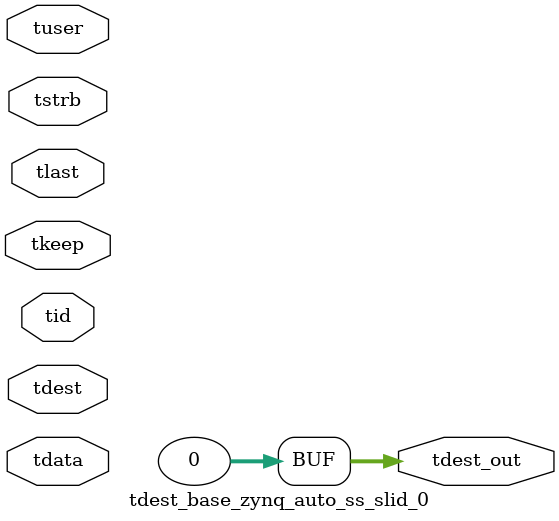
<source format=v>


`timescale 1ps/1ps

module tdest_base_zynq_auto_ss_slid_0 #
(
parameter C_S_AXIS_TDATA_WIDTH = 32,
parameter C_S_AXIS_TUSER_WIDTH = 0,
parameter C_S_AXIS_TID_WIDTH   = 0,
parameter C_S_AXIS_TDEST_WIDTH = 0,
parameter C_M_AXIS_TDEST_WIDTH = 32
)
(
input  [(C_S_AXIS_TDATA_WIDTH == 0 ? 1 : C_S_AXIS_TDATA_WIDTH)-1:0     ] tdata,
input  [(C_S_AXIS_TUSER_WIDTH == 0 ? 1 : C_S_AXIS_TUSER_WIDTH)-1:0     ] tuser,
input  [(C_S_AXIS_TID_WIDTH   == 0 ? 1 : C_S_AXIS_TID_WIDTH)-1:0       ] tid,
input  [(C_S_AXIS_TDEST_WIDTH == 0 ? 1 : C_S_AXIS_TDEST_WIDTH)-1:0     ] tdest,
input  [(C_S_AXIS_TDATA_WIDTH/8)-1:0 ] tkeep,
input  [(C_S_AXIS_TDATA_WIDTH/8)-1:0 ] tstrb,
input                                                                    tlast,
output [C_M_AXIS_TDEST_WIDTH-1:0] tdest_out
);

assign tdest_out = {1'b0};

endmodule


</source>
